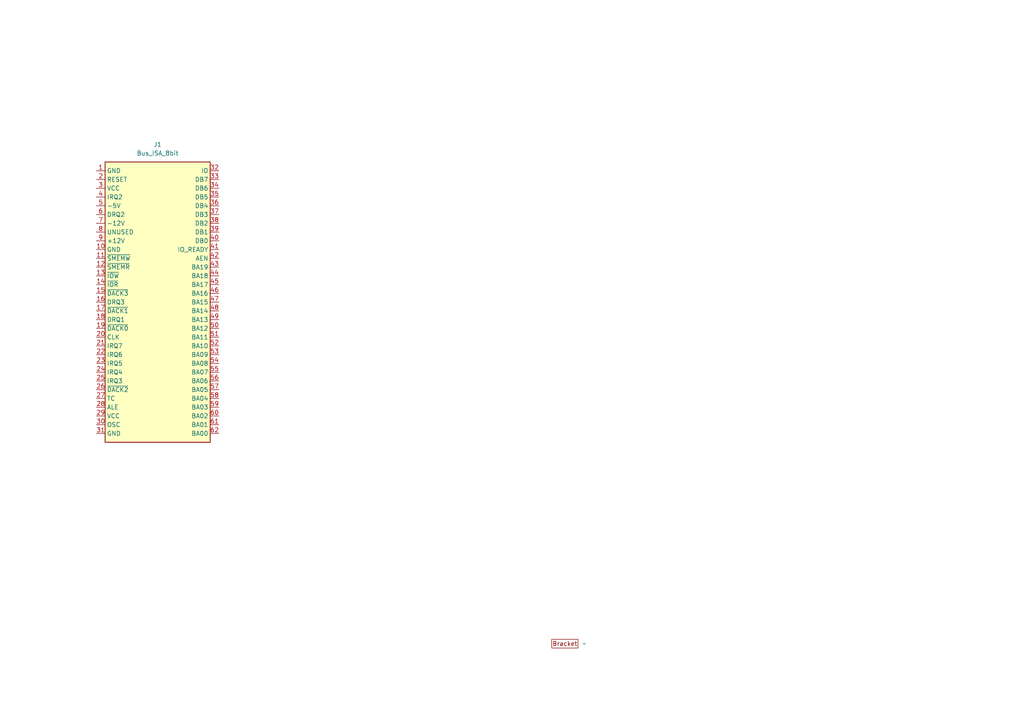
<source format=kicad_sch>
(kicad_sch (version 20231120) (generator "eeschema") (generator_version "8.0")
  (paper "A4")
  (lib_symbols
    (symbol "Connector:Bus_ISA_8bit"
      (property "Reference" "J" (at 0 42.545 0))
      (property "Value" "Bus_ISA_8bit" (at 0 -42.545 0))
      (symbol "Bus_ISA_8bit_0_1"
        (rectangle (start -15.24 -40.64) (end 15.24 40.64) (stroke (width 0.254)) (fill (type background)))
      )
      (symbol "Bus_ISA_8bit_1_1"
        (pin power_in line (at -17.78 38.1 0) (length 2.54) (name "GND") (number "1"))
        (pin power_in line (at -17.78 15.24 0) (length 2.54) (name "GND") (number "10"))
        (pin output line (at -17.78 12.7 0) (length 2.54) (name "~{SMEMW}") (number "11"))
        (pin output line (at -17.78 10.16 0) (length 2.54) (name "~{SMEMR}") (number "12"))
        (pin output line (at -17.78 7.62 0) (length 2.54) (name "~{IOW}") (number "13"))
        (pin output line (at -17.78 5.08 0) (length 2.54) (name "~{IOR}") (number "14"))
        (pin passive line (at -17.78 2.54 0) (length 2.54) (name "~{DACK3}") (number "15"))
        (pin passive line (at -17.78 0 0) (length 2.54) (name "DRQ3") (number "16"))
        (pin passive line (at -17.78 -2.54 0) (length 2.54) (name "~{DACK1}") (number "17"))
        (pin passive line (at -17.78 -5.08 0) (length 2.54) (name "DRQ1") (number "18"))
        (pin passive line (at -17.78 -7.62 0) (length 2.54) (name "~{DACK0}") (number "19"))
        (pin output line (at -17.78 35.56 0) (length 2.54) (name "RESET") (number "2"))
        (pin output line (at -17.78 -10.16 0) (length 2.54) (name "CLK") (number "20"))
        (pin passive line (at -17.78 -12.7 0) (length 2.54) (name "IRQ7") (number "21"))
        (pin passive line (at -17.78 -15.24 0) (length 2.54) (name "IRQ6") (number "22"))
        (pin passive line (at -17.78 -17.78 0) (length 2.54) (name "IRQ5") (number "23"))
        (pin passive line (at -17.78 -20.32 0) (length 2.54) (name "IRQ4") (number "24"))
        (pin passive line (at -17.78 -22.86 0) (length 2.54) (name "IRQ3") (number "25"))
        (pin passive line (at -17.78 -25.4 0) (length 2.54) (name "~{DACK2}") (number "26"))
        (pin passive line (at -17.78 -27.94 0) (length 2.54) (name "TC") (number "27"))
        (pin output line (at -17.78 -30.48 0) (length 2.54) (name "ALE") (number "28"))
        (pin power_in line (at -17.78 -33.02 0) (length 2.54) (name "VCC") (number "29"))
        (pin power_in line (at -17.78 33.02 0) (length 2.54) (name "VCC") (number "3"))
        (pin output line (at -17.78 -35.56 0) (length 2.54) (name "OSC") (number "30"))
        (pin power_in line (at -17.78 -38.1 0) (length 2.54) (name "GND") (number "31"))
        (pin passive line (at 17.78 38.1 180) (length 2.54) (name "IO") (number "32"))
        (pin tri_state line (at 17.78 35.56 180) (length 2.54) (name "DB7") (number "33"))
        (pin tri_state line (at 17.78 33.02 180) (length 2.54) (name "DB6") (number "34"))
        (pin tri_state line (at 17.78 30.48 180) (length 2.54) (name "DB5") (number "35"))
        (pin tri_state line (at 17.78 27.94 180) (length 2.54) (name "DB4") (number "36"))
        (pin tri_state line (at 17.78 25.4 180) (length 2.54) (name "DB3") (number "37"))
        (pin tri_state line (at 17.78 22.86 180) (length 2.54) (name "DB2") (number "38"))
        (pin tri_state line (at 17.78 20.32 180) (length 2.54) (name "DB1") (number "39"))
        (pin passive line (at -17.78 30.48 0) (length 2.54) (name "IRQ2") (number "4"))
        (pin tri_state line (at 17.78 17.78 180) (length 2.54) (name "DB0") (number "40"))
        (pin passive line (at 17.78 15.24 180) (length 2.54) (name "IO_READY") (number "41"))
        (pin output line (at 17.78 12.7 180) (length 2.54) (name "AEN") (number "42"))
        (pin tri_state line (at 17.78 10.16 180) (length 2.54) (name "BA19") (number "43"))
        (pin tri_state line (at 17.78 7.62 180) (length 2.54) (name "BA18") (number "44"))
        (pin tri_state line (at 17.78 5.08 180) (length 2.54) (name "BA17") (number "45"))
        (pin tri_state line (at 17.78 2.54 180) (length 2.54) (name "BA16") (number "46"))
        (pin tri_state line (at 17.78 0 180) (length 2.54) (name "BA15") (number "47"))
        (pin tri_state line (at 17.78 -2.54 180) (length 2.54) (name "BA14") (number "48"))
        (pin tri_state line (at 17.78 -5.08 180) (length 2.54) (name "BA13") (number "49"))
        (pin power_in line (at -17.78 27.94 0) (length 2.54) (name "-5V") (number "5"))
        (pin tri_state line (at 17.78 -7.62 180) (length 2.54) (name "BA12") (number "50"))
        (pin tri_state line (at 17.78 -10.16 180) (length 2.54) (name "BA11") (number "51"))
        (pin tri_state line (at 17.78 -12.7 180) (length 2.54) (name "BA10") (number "52"))
        (pin tri_state line (at 17.78 -15.24 180) (length 2.54) (name "BA09") (number "53"))
        (pin tri_state line (at 17.78 -17.78 180) (length 2.54) (name "BA08") (number "54"))
        (pin tri_state line (at 17.78 -20.32 180) (length 2.54) (name "BA07") (number "55"))
        (pin tri_state line (at 17.78 -22.86 180) (length 2.54) (name "BA06") (number "56"))
        (pin tri_state line (at 17.78 -25.4 180) (length 2.54) (name "BA05") (number "57"))
        (pin tri_state line (at 17.78 -27.94 180) (length 2.54) (name "BA04") (number "58"))
        (pin tri_state line (at 17.78 -30.48 180) (length 2.54) (name "BA03") (number "59"))
        (pin passive line (at -17.78 25.4 0) (length 2.54) (name "DRQ2") (number "6"))
        (pin tri_state line (at 17.78 -33.02 180) (length 2.54) (name "BA02") (number "60"))
        (pin tri_state line (at 17.78 -35.56 180) (length 2.54) (name "BA01") (number "61"))
        (pin tri_state line (at 17.78 -38.1 180) (length 2.54) (name "BA00") (number "62"))
        (pin power_in line (at -17.78 22.86 0) (length 2.54) (name "-12V") (number "7"))
        (pin passive line (at -17.78 20.32 0) (length 2.54) (name "UNUSED") (number "8"))
        (pin power_in line (at -17.78 17.78 0) (length 2.54) (name "+12V") (number "9"))
      )
    )
    (symbol "pc-parts:9202"
      (symbol "9202_1_1"
        (rectangle (start -3.81 1.27) (end 3.81 -1.27))
        (text "Bracket" (at 0 0 0) (effects (font (size 1.27 1.27))))
      )
    )
  )
  (symbol (lib_id "Connector:Bus_ISA_8bit") (at 45.72 87.63 0) (unit 1)
    (property "Reference" "J1" (at 45.72 41.91 0))
    (property "Value" "Bus_ISA_8bit" (at 45.72 44.45 0))
    (property "Footprint" "pc-parts:BUS_AT_8BIT" (effects (hide yes)))
    (property "Datasheet" "https://en.wikipedia.org/wiki/Industry_Standard_Architecture" (effects (hide yes)))
    (property "Description" "8-bit ISA-PC bus connector" (effects (hide yes)))
  )
  (symbol (lib_id "pc-parts:9202") (at 163.83 186.69 0) (unit 1)
    (property "Reference" "U1" (effects (hide yes)))
    (property "Value" "~" (at 168.91 186.69 0) (effects (justify left)))
    (property "Footprint" "pc-parts:PC_BRACKET_ISA_KEYSTONE_9202_Rev1" (effects (hide yes)))
  )
)
</source>
